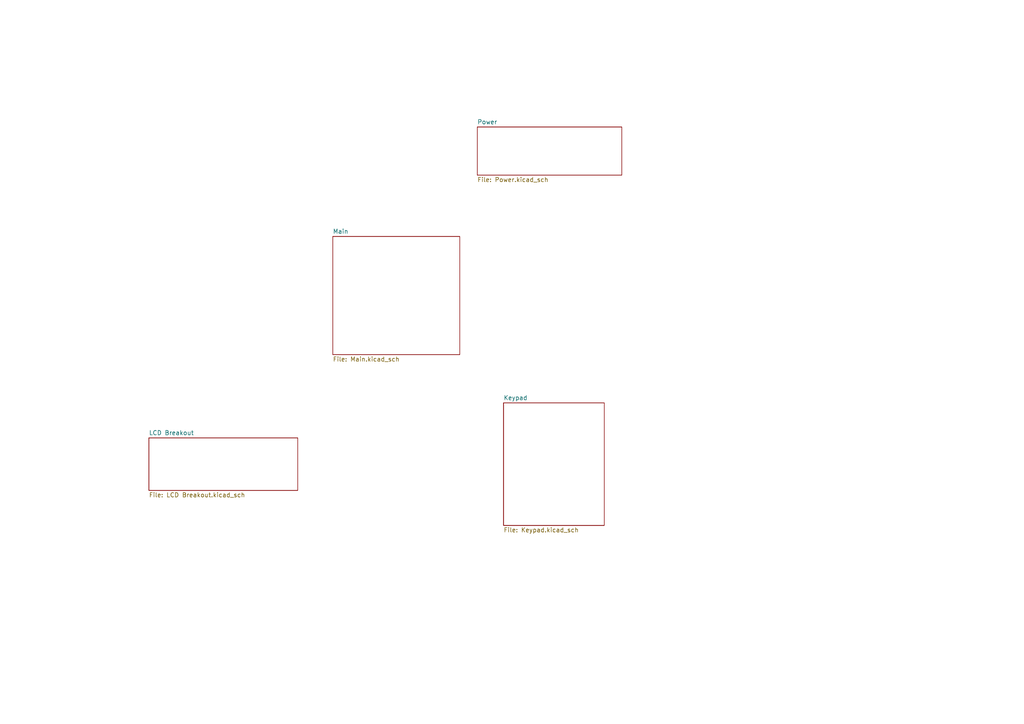
<source format=kicad_sch>
(kicad_sch
	(version 20250114)
	(generator "eeschema")
	(generator_version "9.0")
	(uuid "3cf07eb0-0061-4372-8fed-c89eb2646bb2")
	(paper "A4")
	(lib_symbols)
	(sheet
		(at 138.43 36.83)
		(size 41.91 13.97)
		(exclude_from_sim no)
		(in_bom yes)
		(on_board yes)
		(dnp no)
		(fields_autoplaced yes)
		(stroke
			(width 0.1524)
			(type solid)
		)
		(fill
			(color 0 0 0 0.0000)
		)
		(uuid "33ec9b39-629f-4dfe-aa6b-737b8c76a1f9")
		(property "Sheetname" "Power"
			(at 138.43 36.1184 0)
			(effects
				(font
					(size 1.27 1.27)
				)
				(justify left bottom)
			)
		)
		(property "Sheetfile" "Power.kicad_sch"
			(at 138.43 51.3846 0)
			(effects
				(font
					(size 1.27 1.27)
				)
				(justify left top)
			)
		)
		(instances
			(project "Scale_Project_Schematics"
				(path "/3cf07eb0-0061-4372-8fed-c89eb2646bb2"
					(page "5")
				)
			)
		)
	)
	(sheet
		(at 146.05 116.84)
		(size 29.21 35.56)
		(exclude_from_sim no)
		(in_bom yes)
		(on_board yes)
		(dnp no)
		(fields_autoplaced yes)
		(stroke
			(width 0.1524)
			(type solid)
		)
		(fill
			(color 0 0 0 0.0000)
		)
		(uuid "7d0638c3-77c7-40c9-a245-6c0ab5b6f70e")
		(property "Sheetname" "Keypad"
			(at 146.05 116.1284 0)
			(effects
				(font
					(size 1.27 1.27)
				)
				(justify left bottom)
			)
		)
		(property "Sheetfile" "Keypad.kicad_sch"
			(at 146.05 152.9846 0)
			(effects
				(font
					(size 1.27 1.27)
				)
				(justify left top)
			)
		)
		(instances
			(project "Scale_Project_Schematics"
				(path "/3cf07eb0-0061-4372-8fed-c89eb2646bb2"
					(page "2")
				)
			)
		)
	)
	(sheet
		(at 43.18 127)
		(size 43.18 15.24)
		(exclude_from_sim no)
		(in_bom yes)
		(on_board yes)
		(dnp no)
		(fields_autoplaced yes)
		(stroke
			(width 0.1524)
			(type solid)
		)
		(fill
			(color 0 0 0 0.0000)
		)
		(uuid "b985a0d6-b5f8-4428-b0b4-aedfa7823da1")
		(property "Sheetname" "LCD Breakout"
			(at 43.18 126.2884 0)
			(effects
				(font
					(size 1.27 1.27)
				)
				(justify left bottom)
			)
		)
		(property "Sheetfile" "LCD Breakout.kicad_sch"
			(at 43.18 142.8246 0)
			(effects
				(font
					(size 1.27 1.27)
				)
				(justify left top)
			)
		)
		(instances
			(project "Scale_Project_Schematics"
				(path "/3cf07eb0-0061-4372-8fed-c89eb2646bb2"
					(page "3")
				)
			)
		)
	)
	(sheet
		(at 96.52 68.58)
		(size 36.83 34.29)
		(exclude_from_sim no)
		(in_bom yes)
		(on_board yes)
		(dnp no)
		(fields_autoplaced yes)
		(stroke
			(width 0.1524)
			(type solid)
		)
		(fill
			(color 0 0 0 0.0000)
		)
		(uuid "f582098a-6118-4447-9922-19aea228bfc0")
		(property "Sheetname" "Main"
			(at 96.52 67.8684 0)
			(effects
				(font
					(size 1.27 1.27)
				)
				(justify left bottom)
			)
		)
		(property "Sheetfile" "Main.kicad_sch"
			(at 96.52 103.4546 0)
			(effects
				(font
					(size 1.27 1.27)
				)
				(justify left top)
			)
		)
		(property "Field2" ""
			(at 96.52 68.58 0)
			(effects
				(font
					(size 1.27 1.27)
				)
			)
		)
		(instances
			(project "Scale_Project_Schematics"
				(path "/3cf07eb0-0061-4372-8fed-c89eb2646bb2"
					(page "4")
				)
			)
		)
	)
	(sheet_instances
		(path "/"
			(page "1")
		)
	)
	(embedded_fonts no)
)

</source>
